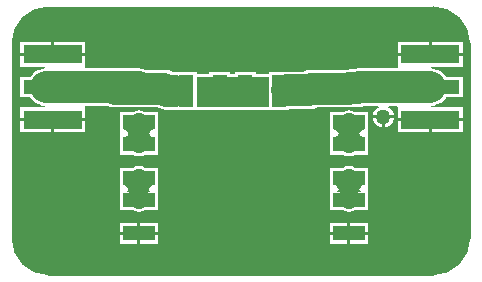
<source format=gtl>
G04*
G04 #@! TF.GenerationSoftware,Altium Limited,Altium Designer,20.0.10 (225)*
G04*
G04 Layer_Physical_Order=1*
G04 Layer_Color=255*
%FSLAX25Y25*%
%MOIN*%
G70*
G01*
G75*
%ADD12C,0.01000*%
%ADD13R,0.10630X0.04921*%
%ADD14R,0.04921X0.10630*%
%ADD15R,0.19685X0.04724*%
%ADD16R,0.19685X0.06299*%
%ADD20C,0.05906*%
%ADD21C,0.10524*%
%ADD22C,0.05000*%
G36*
X307427Y470298D02*
X308923Y469897D01*
X310353Y469305D01*
X311694Y468531D01*
X312922Y467588D01*
X314017Y466493D01*
X314960Y465265D01*
X315734Y463924D01*
X316326Y462494D01*
X316727Y460998D01*
X316929Y459463D01*
Y458689D01*
Y393701D01*
Y392927D01*
X316727Y391392D01*
X316326Y389896D01*
X315734Y388466D01*
X314960Y387125D01*
X314017Y385896D01*
X312922Y384802D01*
X311694Y383859D01*
X310353Y383085D01*
X308923Y382493D01*
X307427Y382092D01*
X305892Y381890D01*
X305118D01*
Y381890D01*
X176811D01*
Y381890D01*
X176037D01*
X174502Y382092D01*
X173006Y382493D01*
X171576Y383085D01*
X170235Y383859D01*
X169007Y384802D01*
X167912Y385896D01*
X166970Y387125D01*
X166195Y388466D01*
X165603Y389896D01*
X165202Y391392D01*
X165000Y392927D01*
Y393701D01*
X165000D01*
Y458689D01*
Y459463D01*
X165202Y460998D01*
X165603Y462494D01*
X166195Y463924D01*
X166969Y465265D01*
X167912Y466493D01*
X169007Y467588D01*
X170235Y468531D01*
X171576Y469305D01*
X173006Y469897D01*
X174502Y470298D01*
X176037Y470500D01*
X176811D01*
Y470500D01*
X305118D01*
X305892Y470500D01*
X307427Y470298D01*
D02*
G37*
%LPC*%
G36*
X189032Y459191D02*
X178689D01*
Y455542D01*
X189032D01*
Y459191D01*
D02*
G37*
G36*
X177689D02*
X167347D01*
Y455542D01*
X177689D01*
Y459191D01*
D02*
G37*
G36*
X314937D02*
X304594D01*
Y455542D01*
X314937D01*
Y459191D01*
D02*
G37*
G36*
X303594D02*
X293252D01*
Y455542D01*
X303594D01*
Y459191D01*
D02*
G37*
G36*
X189032Y454542D02*
X178189D01*
X167347D01*
Y450892D01*
X175608D01*
X175633Y450392D01*
X174773Y450307D01*
X173592Y449949D01*
X172504Y449368D01*
X171551Y448585D01*
X170768Y447632D01*
X170697Y447498D01*
X167347D01*
Y440774D01*
X170697D01*
X170768Y440640D01*
X171551Y439687D01*
X172504Y438904D01*
X173592Y438323D01*
X174773Y437965D01*
X175633Y437880D01*
X175608Y437380D01*
X167347D01*
Y433731D01*
X178189D01*
X189032D01*
Y437344D01*
X189032Y437380D01*
X189119Y437844D01*
X196556D01*
X196592Y437825D01*
X197773Y437467D01*
X199000Y437346D01*
X213318D01*
X213734Y437123D01*
X214914Y436765D01*
X216142Y436645D01*
X216142Y436645D01*
X218890D01*
X219215Y436677D01*
X219276Y436622D01*
Y436622D01*
X226015D01*
X226110Y436558D01*
X226500Y436480D01*
X234271D01*
X234337Y436493D01*
X234404Y436489D01*
X234500Y436502D01*
X234596Y436489D01*
X234663Y436493D01*
X234729Y436480D01*
X247209D01*
X247275Y436493D01*
X247342Y436489D01*
X247439Y436502D01*
X247535Y436489D01*
X247602Y436493D01*
X247668Y436480D01*
X250181D01*
X250571Y436558D01*
X250666Y436622D01*
X257102D01*
Y436698D01*
X263715D01*
X264943Y436819D01*
X266123Y437177D01*
X266439Y437346D01*
X277000D01*
X277540Y437399D01*
X279907D01*
X281135Y437520D01*
X282204Y437844D01*
X286753D01*
X286852Y437344D01*
X286735Y437295D01*
X286004Y436734D01*
X285443Y436003D01*
X285090Y435152D01*
X285036Y434738D01*
X291964D01*
X291910Y435152D01*
X291557Y436003D01*
X290996Y436734D01*
X290265Y437295D01*
X290148Y437344D01*
X290247Y437844D01*
X293165D01*
X293252Y437380D01*
X293252Y437344D01*
Y433731D01*
X304095D01*
X314937D01*
Y437380D01*
X304486D01*
X304462Y437880D01*
X305322Y437965D01*
X306502Y438323D01*
X307590Y438904D01*
X308544Y439687D01*
X309326Y440640D01*
X309398Y440774D01*
X314937D01*
Y447498D01*
X309398D01*
X309326Y447632D01*
X308544Y448585D01*
X307590Y449368D01*
X306502Y449949D01*
X305322Y450307D01*
X304462Y450392D01*
X304486Y450892D01*
X314937D01*
Y454542D01*
X304095D01*
X293252D01*
Y450928D01*
X293252Y450892D01*
X293165Y450428D01*
X280353D01*
X280353Y450428D01*
X279125Y450307D01*
X278056Y449983D01*
X277053D01*
X277053Y449983D01*
X276513Y449930D01*
X264363D01*
X263136Y449809D01*
X261955Y449451D01*
X261639Y449282D01*
X256490D01*
X256182Y449252D01*
X250181D01*
Y448520D01*
X245882D01*
Y449252D01*
X238961D01*
Y448520D01*
X237417D01*
Y449252D01*
X230496D01*
Y448520D01*
X226500D01*
X226197Y448768D01*
Y449252D01*
X219276D01*
Y449252D01*
X219215Y449197D01*
X218890Y449229D01*
X218264D01*
X217848Y449451D01*
X216668Y449809D01*
X215441Y449930D01*
X209265D01*
X209229Y449949D01*
X208048Y450307D01*
X206821Y450428D01*
X189119D01*
X189032Y450892D01*
X189032Y450928D01*
Y454542D01*
D02*
G37*
G36*
X291964Y433738D02*
X289000D01*
Y430774D01*
X289414Y430828D01*
X290265Y431181D01*
X290996Y431742D01*
X291557Y432473D01*
X291910Y433324D01*
X291964Y433738D01*
D02*
G37*
G36*
X288000D02*
X285036D01*
X285090Y433324D01*
X285443Y432473D01*
X286004Y431742D01*
X286735Y431181D01*
X287586Y430828D01*
X288000Y430774D01*
Y433738D01*
D02*
G37*
G36*
X314937Y432731D02*
X304594D01*
Y429081D01*
X314937D01*
Y432731D01*
D02*
G37*
G36*
X303594D02*
X293252D01*
Y429081D01*
X303594D01*
Y432731D01*
D02*
G37*
G36*
X189032Y432731D02*
X178689D01*
Y429081D01*
X189032D01*
Y432731D01*
D02*
G37*
G36*
X177689D02*
X167347D01*
Y429081D01*
X177689D01*
Y432731D01*
D02*
G37*
G36*
X277000Y436404D02*
X275968Y436268D01*
X275026Y435878D01*
X270685D01*
Y428957D01*
X270685Y428957D01*
Y428508D01*
X270685D01*
X270685Y428457D01*
Y421586D01*
X275026D01*
X275968Y421196D01*
X277000Y421060D01*
X278032Y421196D01*
X278974Y421586D01*
X283315D01*
Y428457D01*
X283315Y428508D01*
X283315D01*
Y428957D01*
X283315D01*
Y435878D01*
X278974D01*
X278032Y436268D01*
X277000Y436404D01*
D02*
G37*
G36*
X206874D02*
X205842Y436268D01*
X204900Y435878D01*
X200559D01*
Y428957D01*
X200559Y428957D01*
Y428508D01*
X200559D01*
X200559Y428457D01*
Y421586D01*
X204900D01*
X205842Y421196D01*
X206874Y421060D01*
X207834Y421186D01*
X207906Y421196D01*
X208848Y421586D01*
X213189D01*
Y428457D01*
X213189Y428508D01*
X213189D01*
Y428957D01*
X213189D01*
Y435878D01*
X208848D01*
X207906Y436268D01*
X206874Y436404D01*
D02*
G37*
G36*
X277000Y417813D02*
X275968Y417677D01*
X275026Y417287D01*
X270685D01*
Y416287D01*
Y410366D01*
X270685Y410366D01*
Y410007D01*
X270685D01*
X270685Y409866D01*
Y403086D01*
X275026D01*
X275968Y402696D01*
X277000Y402560D01*
X278032Y402696D01*
X278974Y403086D01*
X283315D01*
Y409866D01*
X283315Y410007D01*
X283315D01*
Y410366D01*
X283315D01*
Y416287D01*
Y417287D01*
X278974D01*
X278032Y417677D01*
X277000Y417813D01*
D02*
G37*
G36*
X206874D02*
X205842Y417677D01*
X204900Y417287D01*
X200559D01*
Y410366D01*
X200559Y410366D01*
Y410007D01*
X200559D01*
X200559Y409866D01*
Y403086D01*
X204900D01*
X205842Y402696D01*
X206874Y402560D01*
X207906Y402696D01*
X208848Y403086D01*
X213189D01*
Y409866D01*
X213189Y410007D01*
X213189D01*
Y410366D01*
X213189D01*
Y417287D01*
X208848D01*
X207906Y417677D01*
X206874Y417813D01*
D02*
G37*
G36*
X283315Y398787D02*
X277500D01*
Y398250D01*
Y395826D01*
X283315D01*
Y398603D01*
Y398787D01*
D02*
G37*
G36*
X213189D02*
X207374D01*
Y395826D01*
X213189D01*
Y398787D01*
D02*
G37*
G36*
X276500D02*
X270685D01*
Y395826D01*
X276500D01*
Y398787D01*
D02*
G37*
G36*
X206374D02*
X200559D01*
Y398037D01*
Y395826D01*
X206374D01*
Y398787D01*
D02*
G37*
G36*
X283315Y394826D02*
X277500D01*
Y391866D01*
X283315D01*
Y394826D01*
D02*
G37*
G36*
X276500D02*
X270685D01*
Y391866D01*
X276500D01*
Y394826D01*
D02*
G37*
G36*
X213189D02*
X207374D01*
Y391866D01*
X213189D01*
Y394826D01*
D02*
G37*
G36*
X206374D02*
X200559D01*
Y391866D01*
X206374D01*
Y394826D01*
D02*
G37*
%LPD*%
G36*
X250181Y437500D02*
X247668D01*
X247439Y437530D01*
X247209Y437500D01*
X234729D01*
X234500Y437530D01*
X234271Y437500D01*
X226500D01*
Y447500D01*
X250181D01*
Y437500D01*
D02*
G37*
G36*
X279972Y431482D02*
X280123Y429981D01*
X281922D01*
X281548Y429931D01*
X281213Y429783D01*
X280918Y429537D01*
X280662Y429191D01*
X280445Y428747D01*
X280442Y428737D01*
X280445Y428726D01*
X280662Y428283D01*
X280918Y427939D01*
X281213Y427692D01*
X281548Y427545D01*
X281922Y427495D01*
X280121D01*
X280031Y426823D01*
X279972Y425984D01*
X279953Y425047D01*
X274047D01*
X274028Y425984D01*
X273877Y427495D01*
X272078D01*
X272452Y427545D01*
X272787Y427692D01*
X273082Y427939D01*
X273338Y428283D01*
X273555Y428726D01*
X273558Y428737D01*
X273555Y428747D01*
X273338Y429191D01*
X273082Y429537D01*
X272787Y429783D01*
X272452Y429931D01*
X272078Y429981D01*
X273880D01*
X273969Y430646D01*
X274028Y431482D01*
X274047Y432417D01*
X279953D01*
X279972Y431482D01*
D02*
G37*
G36*
X209846D02*
X209997Y429981D01*
X211796D01*
X211422Y429931D01*
X211087Y429783D01*
X210792Y429537D01*
X210536Y429191D01*
X210319Y428747D01*
X210316Y428737D01*
X210319Y428726D01*
X210536Y428283D01*
X210792Y427939D01*
X211087Y427692D01*
X211422Y427545D01*
X211796Y427495D01*
X209995D01*
X209906Y426823D01*
X209846Y425984D01*
X209827Y425047D01*
X203921D01*
X203902Y425984D01*
X203751Y427495D01*
X201952D01*
X202326Y427545D01*
X202661Y427692D01*
X202956Y427939D01*
X203212Y428283D01*
X203429Y428726D01*
X203432Y428737D01*
X203429Y428747D01*
X203212Y429191D01*
X202956Y429537D01*
X202661Y429783D01*
X202326Y429931D01*
X201952Y429981D01*
X203754D01*
X203842Y430646D01*
X203902Y431482D01*
X203921Y432417D01*
X209827D01*
X209846Y431482D01*
D02*
G37*
G36*
X279972Y412909D02*
X280119Y411390D01*
X281831D01*
X281474Y411341D01*
X281155Y411196D01*
X280873Y410954D01*
X280629Y410615D01*
X280428Y410191D01*
X280629Y409768D01*
X280873Y409430D01*
X281155Y409189D01*
X281474Y409044D01*
X281831Y408995D01*
X280119D01*
X280028Y408290D01*
X279972Y407467D01*
X279953Y406547D01*
X274047D01*
X274028Y407467D01*
X273880Y408995D01*
X272169D01*
X272526Y409044D01*
X272845Y409189D01*
X273127Y409430D01*
X273371Y409768D01*
X273572Y410191D01*
X273371Y410615D01*
X273127Y410954D01*
X272845Y411196D01*
X272526Y411341D01*
X272169Y411390D01*
X273882D01*
X273972Y412087D01*
X274028Y412909D01*
X274047Y413826D01*
X279953D01*
X279972Y412909D01*
D02*
G37*
G36*
X209846D02*
X209993Y411390D01*
X211705D01*
X211348Y411341D01*
X211029Y411196D01*
X210747Y410954D01*
X210503Y410615D01*
X210302Y410191D01*
X210503Y409768D01*
X210747Y409430D01*
X211029Y409189D01*
X211348Y409044D01*
X211705Y408995D01*
X209993D01*
X209902Y408290D01*
X209846Y407467D01*
X209827Y406547D01*
X203921D01*
X203903Y407467D01*
X203754Y408995D01*
X202043D01*
X202400Y409044D01*
X202719Y409189D01*
X203001Y409430D01*
X203245Y409768D01*
X203446Y410191D01*
X203245Y410615D01*
X203001Y410954D01*
X202719Y411196D01*
X202400Y411341D01*
X202043Y411390D01*
X203756D01*
X203846Y412087D01*
X203903Y412909D01*
X203921Y413826D01*
X209827D01*
X209846Y412909D01*
D02*
G37*
D12*
X305118Y381890D02*
G03*
X316929Y393701I0J11811D01*
G01*
X165000D02*
G03*
X176811Y381890I11811J0D01*
G01*
X316929Y458689D02*
G03*
X305118Y470500I-11811J0D01*
G01*
X176811D02*
G03*
X165000Y458689I0J-11811D01*
G01*
X316929Y393701D02*
Y458689D01*
X176811Y381890D02*
X305118D01*
X165000Y393701D02*
Y458500D01*
X176811Y470500D02*
X305118D01*
D13*
X277000Y443638D02*
D03*
Y432417D02*
D03*
Y425047D02*
D03*
Y413826D02*
D03*
Y406547D02*
D03*
Y395326D02*
D03*
X206874Y406547D02*
D03*
Y395326D02*
D03*
Y425047D02*
D03*
Y413826D02*
D03*
Y443638D02*
D03*
Y432417D02*
D03*
D14*
X253642Y442937D02*
D03*
X242421D02*
D03*
X233957D02*
D03*
X222736D02*
D03*
D15*
X304095Y444136D02*
D03*
X178189D02*
D03*
D16*
X304095Y455042D02*
D03*
Y433231D02*
D03*
X178189D02*
D03*
Y455042D02*
D03*
D20*
X206874Y425047D02*
Y432417D01*
Y406547D02*
Y413826D01*
X277000Y406547D02*
Y413826D01*
Y425047D02*
Y432417D01*
D21*
X206874Y443638D02*
X215441D01*
X199000D02*
X206874D01*
X178189Y444136D02*
X206821D01*
X176000D02*
X178189D01*
X256490Y442990D02*
X263715D01*
X277000Y443638D02*
X277053Y443691D01*
X279907D01*
X280353Y444136D01*
X304095D01*
X264363Y443638D02*
X277000D01*
X263715Y442990D02*
X264363Y443638D01*
X215441D02*
X216142Y442937D01*
X218890D01*
X206821Y444136D02*
X206874Y444083D01*
D22*
X179000Y463500D02*
D03*
X288500Y434238D02*
D03*
X279167Y453000D02*
D03*
X288500D02*
D03*
X194000Y433500D02*
D03*
X294500Y463000D02*
D03*
X266500Y434000D02*
D03*
X216500Y412500D02*
D03*
Y404500D02*
D03*
X197000Y407500D02*
D03*
Y415500D02*
D03*
X288500Y418000D02*
D03*
Y409908D02*
D03*
X266500Y399433D02*
D03*
X288500D02*
D03*
X266500Y412989D02*
D03*
Y425000D02*
D03*
X239000Y453000D02*
D03*
X234500Y434000D02*
D03*
X247439D02*
D03*
X252500Y453000D02*
D03*
X197000Y426000D02*
D03*
X216500Y425500D02*
D03*
X266500Y453000D02*
D03*
X257000Y434000D02*
D03*
X288500Y426500D02*
D03*
X193500Y455500D02*
D03*
X216500Y432500D02*
D03*
X224000Y434000D02*
D03*
X226542Y453000D02*
D03*
X217155D02*
D03*
X208500D02*
D03*
X201000D02*
D03*
X277500Y388000D02*
D03*
X206500Y387500D02*
D03*
M02*

</source>
